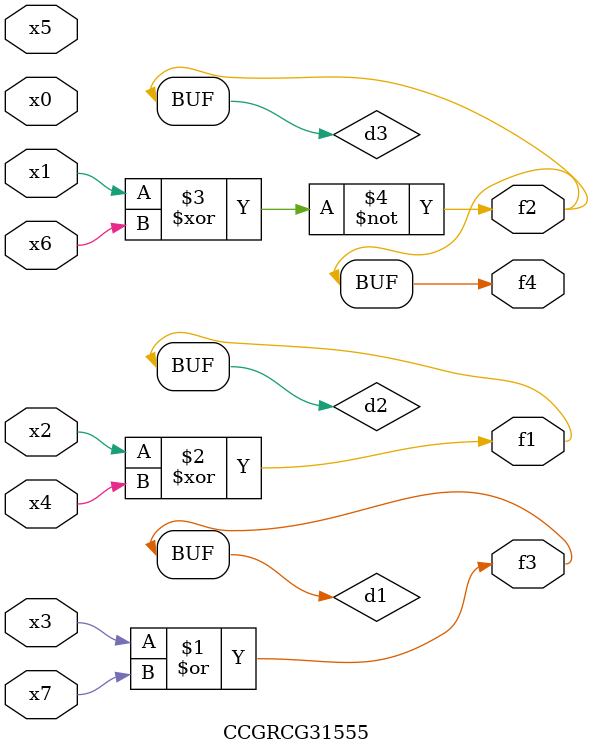
<source format=v>
module CCGRCG31555(
	input x0, x1, x2, x3, x4, x5, x6, x7,
	output f1, f2, f3, f4
);

	wire d1, d2, d3;

	or (d1, x3, x7);
	xor (d2, x2, x4);
	xnor (d3, x1, x6);
	assign f1 = d2;
	assign f2 = d3;
	assign f3 = d1;
	assign f4 = d3;
endmodule

</source>
